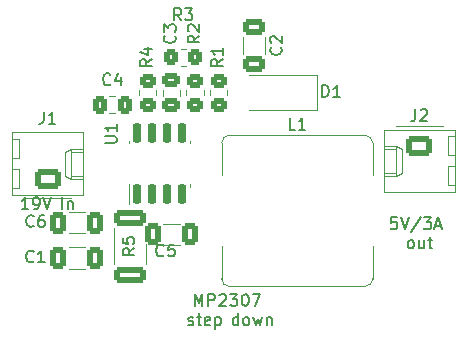
<source format=gto>
G04 #@! TF.GenerationSoftware,KiCad,Pcbnew,(7.0.0)*
G04 #@! TF.CreationDate,2023-03-31T08:30:06+02:00*
G04 #@! TF.ProjectId,MP2393,4d503233-3933-42e6-9b69-6361645f7063,rev?*
G04 #@! TF.SameCoordinates,Original*
G04 #@! TF.FileFunction,Legend,Top*
G04 #@! TF.FilePolarity,Positive*
%FSLAX46Y46*%
G04 Gerber Fmt 4.6, Leading zero omitted, Abs format (unit mm)*
G04 Created by KiCad (PCBNEW (7.0.0)) date 2023-03-31 08:30:06*
%MOMM*%
%LPD*%
G01*
G04 APERTURE LIST*
G04 Aperture macros list*
%AMRoundRect*
0 Rectangle with rounded corners*
0 $1 Rounding radius*
0 $2 $3 $4 $5 $6 $7 $8 $9 X,Y pos of 4 corners*
0 Add a 4 corners polygon primitive as box body*
4,1,4,$2,$3,$4,$5,$6,$7,$8,$9,$2,$3,0*
0 Add four circle primitives for the rounded corners*
1,1,$1+$1,$2,$3*
1,1,$1+$1,$4,$5*
1,1,$1+$1,$6,$7*
1,1,$1+$1,$8,$9*
0 Add four rect primitives between the rounded corners*
20,1,$1+$1,$2,$3,$4,$5,0*
20,1,$1+$1,$4,$5,$6,$7,0*
20,1,$1+$1,$6,$7,$8,$9,0*
20,1,$1+$1,$8,$9,$2,$3,0*%
G04 Aperture macros list end*
%ADD10C,0.150000*%
%ADD11C,0.120000*%
%ADD12RoundRect,0.249999X-1.075001X0.450001X-1.075001X-0.450001X1.075001X-0.450001X1.075001X0.450001X0*%
%ADD13RoundRect,0.250000X0.412500X0.650000X-0.412500X0.650000X-0.412500X-0.650000X0.412500X-0.650000X0*%
%ADD14RoundRect,0.250000X-0.412500X-0.650000X0.412500X-0.650000X0.412500X0.650000X-0.412500X0.650000X0*%
%ADD15R,1.500000X2.700000*%
%ADD16RoundRect,0.250000X-0.450000X0.350000X-0.450000X-0.350000X0.450000X-0.350000X0.450000X0.350000X0*%
%ADD17RoundRect,0.250000X0.350000X0.450000X-0.350000X0.450000X-0.350000X-0.450000X0.350000X-0.450000X0*%
%ADD18RoundRect,0.250000X0.337500X0.475000X-0.337500X0.475000X-0.337500X-0.475000X0.337500X-0.475000X0*%
%ADD19R,2.900000X5.400000*%
%ADD20R,3.400000X2.710000*%
%ADD21RoundRect,0.150000X0.150000X-0.737500X0.150000X0.737500X-0.150000X0.737500X-0.150000X-0.737500X0*%
%ADD22RoundRect,0.250000X0.475000X-0.337500X0.475000X0.337500X-0.475000X0.337500X-0.475000X-0.337500X0*%
%ADD23RoundRect,0.250000X0.450000X-0.350000X0.450000X0.350000X-0.450000X0.350000X-0.450000X-0.350000X0*%
%ADD24RoundRect,0.250000X-0.845000X0.620000X-0.845000X-0.620000X0.845000X-0.620000X0.845000X0.620000X0*%
%ADD25O,2.190000X1.740000*%
%ADD26RoundRect,0.250000X0.845000X-0.620000X0.845000X0.620000X-0.845000X0.620000X-0.845000X-0.620000X0*%
%ADD27RoundRect,0.250000X0.650000X-0.412500X0.650000X0.412500X-0.650000X0.412500X-0.650000X-0.412500X0*%
G04 APERTURE END LIST*
D10*
X122890476Y-23867380D02*
X122319048Y-23867380D01*
X122604762Y-23867380D02*
X122604762Y-22867380D01*
X122604762Y-22867380D02*
X122509524Y-23010238D01*
X122509524Y-23010238D02*
X122414286Y-23105476D01*
X122414286Y-23105476D02*
X122319048Y-23153095D01*
X123366667Y-23867380D02*
X123557143Y-23867380D01*
X123557143Y-23867380D02*
X123652381Y-23819761D01*
X123652381Y-23819761D02*
X123700000Y-23772142D01*
X123700000Y-23772142D02*
X123795238Y-23629285D01*
X123795238Y-23629285D02*
X123842857Y-23438809D01*
X123842857Y-23438809D02*
X123842857Y-23057857D01*
X123842857Y-23057857D02*
X123795238Y-22962619D01*
X123795238Y-22962619D02*
X123747619Y-22915000D01*
X123747619Y-22915000D02*
X123652381Y-22867380D01*
X123652381Y-22867380D02*
X123461905Y-22867380D01*
X123461905Y-22867380D02*
X123366667Y-22915000D01*
X123366667Y-22915000D02*
X123319048Y-22962619D01*
X123319048Y-22962619D02*
X123271429Y-23057857D01*
X123271429Y-23057857D02*
X123271429Y-23295952D01*
X123271429Y-23295952D02*
X123319048Y-23391190D01*
X123319048Y-23391190D02*
X123366667Y-23438809D01*
X123366667Y-23438809D02*
X123461905Y-23486428D01*
X123461905Y-23486428D02*
X123652381Y-23486428D01*
X123652381Y-23486428D02*
X123747619Y-23438809D01*
X123747619Y-23438809D02*
X123795238Y-23391190D01*
X123795238Y-23391190D02*
X123842857Y-23295952D01*
X124128572Y-22867380D02*
X124461905Y-23867380D01*
X124461905Y-23867380D02*
X124795238Y-22867380D01*
X125728572Y-23867380D02*
X125728572Y-22867380D01*
X126204762Y-23200714D02*
X126204762Y-23867380D01*
X126204762Y-23295952D02*
X126252381Y-23248333D01*
X126252381Y-23248333D02*
X126347619Y-23200714D01*
X126347619Y-23200714D02*
X126490476Y-23200714D01*
X126490476Y-23200714D02*
X126585714Y-23248333D01*
X126585714Y-23248333D02*
X126633333Y-23343571D01*
X126633333Y-23343571D02*
X126633333Y-23867380D01*
X136961905Y-32057380D02*
X136961905Y-31057380D01*
X136961905Y-31057380D02*
X137295238Y-31771666D01*
X137295238Y-31771666D02*
X137628571Y-31057380D01*
X137628571Y-31057380D02*
X137628571Y-32057380D01*
X138104762Y-32057380D02*
X138104762Y-31057380D01*
X138104762Y-31057380D02*
X138485714Y-31057380D01*
X138485714Y-31057380D02*
X138580952Y-31105000D01*
X138580952Y-31105000D02*
X138628571Y-31152619D01*
X138628571Y-31152619D02*
X138676190Y-31247857D01*
X138676190Y-31247857D02*
X138676190Y-31390714D01*
X138676190Y-31390714D02*
X138628571Y-31485952D01*
X138628571Y-31485952D02*
X138580952Y-31533571D01*
X138580952Y-31533571D02*
X138485714Y-31581190D01*
X138485714Y-31581190D02*
X138104762Y-31581190D01*
X139057143Y-31152619D02*
X139104762Y-31105000D01*
X139104762Y-31105000D02*
X139200000Y-31057380D01*
X139200000Y-31057380D02*
X139438095Y-31057380D01*
X139438095Y-31057380D02*
X139533333Y-31105000D01*
X139533333Y-31105000D02*
X139580952Y-31152619D01*
X139580952Y-31152619D02*
X139628571Y-31247857D01*
X139628571Y-31247857D02*
X139628571Y-31343095D01*
X139628571Y-31343095D02*
X139580952Y-31485952D01*
X139580952Y-31485952D02*
X139009524Y-32057380D01*
X139009524Y-32057380D02*
X139628571Y-32057380D01*
X139961905Y-31057380D02*
X140580952Y-31057380D01*
X140580952Y-31057380D02*
X140247619Y-31438333D01*
X140247619Y-31438333D02*
X140390476Y-31438333D01*
X140390476Y-31438333D02*
X140485714Y-31485952D01*
X140485714Y-31485952D02*
X140533333Y-31533571D01*
X140533333Y-31533571D02*
X140580952Y-31628809D01*
X140580952Y-31628809D02*
X140580952Y-31866904D01*
X140580952Y-31866904D02*
X140533333Y-31962142D01*
X140533333Y-31962142D02*
X140485714Y-32009761D01*
X140485714Y-32009761D02*
X140390476Y-32057380D01*
X140390476Y-32057380D02*
X140104762Y-32057380D01*
X140104762Y-32057380D02*
X140009524Y-32009761D01*
X140009524Y-32009761D02*
X139961905Y-31962142D01*
X141200000Y-31057380D02*
X141295238Y-31057380D01*
X141295238Y-31057380D02*
X141390476Y-31105000D01*
X141390476Y-31105000D02*
X141438095Y-31152619D01*
X141438095Y-31152619D02*
X141485714Y-31247857D01*
X141485714Y-31247857D02*
X141533333Y-31438333D01*
X141533333Y-31438333D02*
X141533333Y-31676428D01*
X141533333Y-31676428D02*
X141485714Y-31866904D01*
X141485714Y-31866904D02*
X141438095Y-31962142D01*
X141438095Y-31962142D02*
X141390476Y-32009761D01*
X141390476Y-32009761D02*
X141295238Y-32057380D01*
X141295238Y-32057380D02*
X141200000Y-32057380D01*
X141200000Y-32057380D02*
X141104762Y-32009761D01*
X141104762Y-32009761D02*
X141057143Y-31962142D01*
X141057143Y-31962142D02*
X141009524Y-31866904D01*
X141009524Y-31866904D02*
X140961905Y-31676428D01*
X140961905Y-31676428D02*
X140961905Y-31438333D01*
X140961905Y-31438333D02*
X141009524Y-31247857D01*
X141009524Y-31247857D02*
X141057143Y-31152619D01*
X141057143Y-31152619D02*
X141104762Y-31105000D01*
X141104762Y-31105000D02*
X141200000Y-31057380D01*
X141866667Y-31057380D02*
X142533333Y-31057380D01*
X142533333Y-31057380D02*
X142104762Y-32057380D01*
X136438095Y-33629761D02*
X136533333Y-33677380D01*
X136533333Y-33677380D02*
X136723809Y-33677380D01*
X136723809Y-33677380D02*
X136819047Y-33629761D01*
X136819047Y-33629761D02*
X136866666Y-33534523D01*
X136866666Y-33534523D02*
X136866666Y-33486904D01*
X136866666Y-33486904D02*
X136819047Y-33391666D01*
X136819047Y-33391666D02*
X136723809Y-33344047D01*
X136723809Y-33344047D02*
X136580952Y-33344047D01*
X136580952Y-33344047D02*
X136485714Y-33296428D01*
X136485714Y-33296428D02*
X136438095Y-33201190D01*
X136438095Y-33201190D02*
X136438095Y-33153571D01*
X136438095Y-33153571D02*
X136485714Y-33058333D01*
X136485714Y-33058333D02*
X136580952Y-33010714D01*
X136580952Y-33010714D02*
X136723809Y-33010714D01*
X136723809Y-33010714D02*
X136819047Y-33058333D01*
X137152381Y-33010714D02*
X137533333Y-33010714D01*
X137295238Y-32677380D02*
X137295238Y-33534523D01*
X137295238Y-33534523D02*
X137342857Y-33629761D01*
X137342857Y-33629761D02*
X137438095Y-33677380D01*
X137438095Y-33677380D02*
X137533333Y-33677380D01*
X138247619Y-33629761D02*
X138152381Y-33677380D01*
X138152381Y-33677380D02*
X137961905Y-33677380D01*
X137961905Y-33677380D02*
X137866667Y-33629761D01*
X137866667Y-33629761D02*
X137819048Y-33534523D01*
X137819048Y-33534523D02*
X137819048Y-33153571D01*
X137819048Y-33153571D02*
X137866667Y-33058333D01*
X137866667Y-33058333D02*
X137961905Y-33010714D01*
X137961905Y-33010714D02*
X138152381Y-33010714D01*
X138152381Y-33010714D02*
X138247619Y-33058333D01*
X138247619Y-33058333D02*
X138295238Y-33153571D01*
X138295238Y-33153571D02*
X138295238Y-33248809D01*
X138295238Y-33248809D02*
X137819048Y-33344047D01*
X138723810Y-33010714D02*
X138723810Y-34010714D01*
X138723810Y-33058333D02*
X138819048Y-33010714D01*
X138819048Y-33010714D02*
X139009524Y-33010714D01*
X139009524Y-33010714D02*
X139104762Y-33058333D01*
X139104762Y-33058333D02*
X139152381Y-33105952D01*
X139152381Y-33105952D02*
X139200000Y-33201190D01*
X139200000Y-33201190D02*
X139200000Y-33486904D01*
X139200000Y-33486904D02*
X139152381Y-33582142D01*
X139152381Y-33582142D02*
X139104762Y-33629761D01*
X139104762Y-33629761D02*
X139009524Y-33677380D01*
X139009524Y-33677380D02*
X138819048Y-33677380D01*
X138819048Y-33677380D02*
X138723810Y-33629761D01*
X140657143Y-33677380D02*
X140657143Y-32677380D01*
X140657143Y-33629761D02*
X140561905Y-33677380D01*
X140561905Y-33677380D02*
X140371429Y-33677380D01*
X140371429Y-33677380D02*
X140276191Y-33629761D01*
X140276191Y-33629761D02*
X140228572Y-33582142D01*
X140228572Y-33582142D02*
X140180953Y-33486904D01*
X140180953Y-33486904D02*
X140180953Y-33201190D01*
X140180953Y-33201190D02*
X140228572Y-33105952D01*
X140228572Y-33105952D02*
X140276191Y-33058333D01*
X140276191Y-33058333D02*
X140371429Y-33010714D01*
X140371429Y-33010714D02*
X140561905Y-33010714D01*
X140561905Y-33010714D02*
X140657143Y-33058333D01*
X141276191Y-33677380D02*
X141180953Y-33629761D01*
X141180953Y-33629761D02*
X141133334Y-33582142D01*
X141133334Y-33582142D02*
X141085715Y-33486904D01*
X141085715Y-33486904D02*
X141085715Y-33201190D01*
X141085715Y-33201190D02*
X141133334Y-33105952D01*
X141133334Y-33105952D02*
X141180953Y-33058333D01*
X141180953Y-33058333D02*
X141276191Y-33010714D01*
X141276191Y-33010714D02*
X141419048Y-33010714D01*
X141419048Y-33010714D02*
X141514286Y-33058333D01*
X141514286Y-33058333D02*
X141561905Y-33105952D01*
X141561905Y-33105952D02*
X141609524Y-33201190D01*
X141609524Y-33201190D02*
X141609524Y-33486904D01*
X141609524Y-33486904D02*
X141561905Y-33582142D01*
X141561905Y-33582142D02*
X141514286Y-33629761D01*
X141514286Y-33629761D02*
X141419048Y-33677380D01*
X141419048Y-33677380D02*
X141276191Y-33677380D01*
X141942858Y-33010714D02*
X142133334Y-33677380D01*
X142133334Y-33677380D02*
X142323810Y-33201190D01*
X142323810Y-33201190D02*
X142514286Y-33677380D01*
X142514286Y-33677380D02*
X142704762Y-33010714D01*
X143085715Y-33010714D02*
X143085715Y-33677380D01*
X143085715Y-33105952D02*
X143133334Y-33058333D01*
X143133334Y-33058333D02*
X143228572Y-33010714D01*
X143228572Y-33010714D02*
X143371429Y-33010714D01*
X143371429Y-33010714D02*
X143466667Y-33058333D01*
X143466667Y-33058333D02*
X143514286Y-33153571D01*
X143514286Y-33153571D02*
X143514286Y-33677380D01*
X154080952Y-24557380D02*
X153604762Y-24557380D01*
X153604762Y-24557380D02*
X153557143Y-25033571D01*
X153557143Y-25033571D02*
X153604762Y-24985952D01*
X153604762Y-24985952D02*
X153700000Y-24938333D01*
X153700000Y-24938333D02*
X153938095Y-24938333D01*
X153938095Y-24938333D02*
X154033333Y-24985952D01*
X154033333Y-24985952D02*
X154080952Y-25033571D01*
X154080952Y-25033571D02*
X154128571Y-25128809D01*
X154128571Y-25128809D02*
X154128571Y-25366904D01*
X154128571Y-25366904D02*
X154080952Y-25462142D01*
X154080952Y-25462142D02*
X154033333Y-25509761D01*
X154033333Y-25509761D02*
X153938095Y-25557380D01*
X153938095Y-25557380D02*
X153700000Y-25557380D01*
X153700000Y-25557380D02*
X153604762Y-25509761D01*
X153604762Y-25509761D02*
X153557143Y-25462142D01*
X154414286Y-24557380D02*
X154747619Y-25557380D01*
X154747619Y-25557380D02*
X155080952Y-24557380D01*
X156128571Y-24509761D02*
X155271429Y-25795476D01*
X156366667Y-24557380D02*
X156985714Y-24557380D01*
X156985714Y-24557380D02*
X156652381Y-24938333D01*
X156652381Y-24938333D02*
X156795238Y-24938333D01*
X156795238Y-24938333D02*
X156890476Y-24985952D01*
X156890476Y-24985952D02*
X156938095Y-25033571D01*
X156938095Y-25033571D02*
X156985714Y-25128809D01*
X156985714Y-25128809D02*
X156985714Y-25366904D01*
X156985714Y-25366904D02*
X156938095Y-25462142D01*
X156938095Y-25462142D02*
X156890476Y-25509761D01*
X156890476Y-25509761D02*
X156795238Y-25557380D01*
X156795238Y-25557380D02*
X156509524Y-25557380D01*
X156509524Y-25557380D02*
X156414286Y-25509761D01*
X156414286Y-25509761D02*
X156366667Y-25462142D01*
X157366667Y-25271666D02*
X157842857Y-25271666D01*
X157271429Y-25557380D02*
X157604762Y-24557380D01*
X157604762Y-24557380D02*
X157938095Y-25557380D01*
X155190476Y-27177380D02*
X155095238Y-27129761D01*
X155095238Y-27129761D02*
X155047619Y-27082142D01*
X155047619Y-27082142D02*
X155000000Y-26986904D01*
X155000000Y-26986904D02*
X155000000Y-26701190D01*
X155000000Y-26701190D02*
X155047619Y-26605952D01*
X155047619Y-26605952D02*
X155095238Y-26558333D01*
X155095238Y-26558333D02*
X155190476Y-26510714D01*
X155190476Y-26510714D02*
X155333333Y-26510714D01*
X155333333Y-26510714D02*
X155428571Y-26558333D01*
X155428571Y-26558333D02*
X155476190Y-26605952D01*
X155476190Y-26605952D02*
X155523809Y-26701190D01*
X155523809Y-26701190D02*
X155523809Y-26986904D01*
X155523809Y-26986904D02*
X155476190Y-27082142D01*
X155476190Y-27082142D02*
X155428571Y-27129761D01*
X155428571Y-27129761D02*
X155333333Y-27177380D01*
X155333333Y-27177380D02*
X155190476Y-27177380D01*
X156380952Y-26510714D02*
X156380952Y-27177380D01*
X155952381Y-26510714D02*
X155952381Y-27034523D01*
X155952381Y-27034523D02*
X156000000Y-27129761D01*
X156000000Y-27129761D02*
X156095238Y-27177380D01*
X156095238Y-27177380D02*
X156238095Y-27177380D01*
X156238095Y-27177380D02*
X156333333Y-27129761D01*
X156333333Y-27129761D02*
X156380952Y-27082142D01*
X156714286Y-26510714D02*
X157095238Y-26510714D01*
X156857143Y-26177380D02*
X156857143Y-27034523D01*
X156857143Y-27034523D02*
X156904762Y-27129761D01*
X156904762Y-27129761D02*
X157000000Y-27177380D01*
X157000000Y-27177380D02*
X157095238Y-27177380D01*
X131867380Y-27166666D02*
X131391190Y-27499999D01*
X131867380Y-27738094D02*
X130867380Y-27738094D01*
X130867380Y-27738094D02*
X130867380Y-27357142D01*
X130867380Y-27357142D02*
X130915000Y-27261904D01*
X130915000Y-27261904D02*
X130962619Y-27214285D01*
X130962619Y-27214285D02*
X131057857Y-27166666D01*
X131057857Y-27166666D02*
X131200714Y-27166666D01*
X131200714Y-27166666D02*
X131295952Y-27214285D01*
X131295952Y-27214285D02*
X131343571Y-27261904D01*
X131343571Y-27261904D02*
X131391190Y-27357142D01*
X131391190Y-27357142D02*
X131391190Y-27738094D01*
X130867380Y-26261904D02*
X130867380Y-26738094D01*
X130867380Y-26738094D02*
X131343571Y-26785713D01*
X131343571Y-26785713D02*
X131295952Y-26738094D01*
X131295952Y-26738094D02*
X131248333Y-26642856D01*
X131248333Y-26642856D02*
X131248333Y-26404761D01*
X131248333Y-26404761D02*
X131295952Y-26309523D01*
X131295952Y-26309523D02*
X131343571Y-26261904D01*
X131343571Y-26261904D02*
X131438809Y-26214285D01*
X131438809Y-26214285D02*
X131676904Y-26214285D01*
X131676904Y-26214285D02*
X131772142Y-26261904D01*
X131772142Y-26261904D02*
X131819761Y-26309523D01*
X131819761Y-26309523D02*
X131867380Y-26404761D01*
X131867380Y-26404761D02*
X131867380Y-26642856D01*
X131867380Y-26642856D02*
X131819761Y-26738094D01*
X131819761Y-26738094D02*
X131772142Y-26785713D01*
X123333333Y-25272142D02*
X123285714Y-25319761D01*
X123285714Y-25319761D02*
X123142857Y-25367380D01*
X123142857Y-25367380D02*
X123047619Y-25367380D01*
X123047619Y-25367380D02*
X122904762Y-25319761D01*
X122904762Y-25319761D02*
X122809524Y-25224523D01*
X122809524Y-25224523D02*
X122761905Y-25129285D01*
X122761905Y-25129285D02*
X122714286Y-24938809D01*
X122714286Y-24938809D02*
X122714286Y-24795952D01*
X122714286Y-24795952D02*
X122761905Y-24605476D01*
X122761905Y-24605476D02*
X122809524Y-24510238D01*
X122809524Y-24510238D02*
X122904762Y-24415000D01*
X122904762Y-24415000D02*
X123047619Y-24367380D01*
X123047619Y-24367380D02*
X123142857Y-24367380D01*
X123142857Y-24367380D02*
X123285714Y-24415000D01*
X123285714Y-24415000D02*
X123333333Y-24462619D01*
X124190476Y-24367380D02*
X124000000Y-24367380D01*
X124000000Y-24367380D02*
X123904762Y-24415000D01*
X123904762Y-24415000D02*
X123857143Y-24462619D01*
X123857143Y-24462619D02*
X123761905Y-24605476D01*
X123761905Y-24605476D02*
X123714286Y-24795952D01*
X123714286Y-24795952D02*
X123714286Y-25176904D01*
X123714286Y-25176904D02*
X123761905Y-25272142D01*
X123761905Y-25272142D02*
X123809524Y-25319761D01*
X123809524Y-25319761D02*
X123904762Y-25367380D01*
X123904762Y-25367380D02*
X124095238Y-25367380D01*
X124095238Y-25367380D02*
X124190476Y-25319761D01*
X124190476Y-25319761D02*
X124238095Y-25272142D01*
X124238095Y-25272142D02*
X124285714Y-25176904D01*
X124285714Y-25176904D02*
X124285714Y-24938809D01*
X124285714Y-24938809D02*
X124238095Y-24843571D01*
X124238095Y-24843571D02*
X124190476Y-24795952D01*
X124190476Y-24795952D02*
X124095238Y-24748333D01*
X124095238Y-24748333D02*
X123904762Y-24748333D01*
X123904762Y-24748333D02*
X123809524Y-24795952D01*
X123809524Y-24795952D02*
X123761905Y-24843571D01*
X123761905Y-24843571D02*
X123714286Y-24938809D01*
X134333333Y-27772142D02*
X134285714Y-27819761D01*
X134285714Y-27819761D02*
X134142857Y-27867380D01*
X134142857Y-27867380D02*
X134047619Y-27867380D01*
X134047619Y-27867380D02*
X133904762Y-27819761D01*
X133904762Y-27819761D02*
X133809524Y-27724523D01*
X133809524Y-27724523D02*
X133761905Y-27629285D01*
X133761905Y-27629285D02*
X133714286Y-27438809D01*
X133714286Y-27438809D02*
X133714286Y-27295952D01*
X133714286Y-27295952D02*
X133761905Y-27105476D01*
X133761905Y-27105476D02*
X133809524Y-27010238D01*
X133809524Y-27010238D02*
X133904762Y-26915000D01*
X133904762Y-26915000D02*
X134047619Y-26867380D01*
X134047619Y-26867380D02*
X134142857Y-26867380D01*
X134142857Y-26867380D02*
X134285714Y-26915000D01*
X134285714Y-26915000D02*
X134333333Y-26962619D01*
X135238095Y-26867380D02*
X134761905Y-26867380D01*
X134761905Y-26867380D02*
X134714286Y-27343571D01*
X134714286Y-27343571D02*
X134761905Y-27295952D01*
X134761905Y-27295952D02*
X134857143Y-27248333D01*
X134857143Y-27248333D02*
X135095238Y-27248333D01*
X135095238Y-27248333D02*
X135190476Y-27295952D01*
X135190476Y-27295952D02*
X135238095Y-27343571D01*
X135238095Y-27343571D02*
X135285714Y-27438809D01*
X135285714Y-27438809D02*
X135285714Y-27676904D01*
X135285714Y-27676904D02*
X135238095Y-27772142D01*
X135238095Y-27772142D02*
X135190476Y-27819761D01*
X135190476Y-27819761D02*
X135095238Y-27867380D01*
X135095238Y-27867380D02*
X134857143Y-27867380D01*
X134857143Y-27867380D02*
X134761905Y-27819761D01*
X134761905Y-27819761D02*
X134714286Y-27772142D01*
X147761905Y-14367380D02*
X147761905Y-13367380D01*
X147761905Y-13367380D02*
X148000000Y-13367380D01*
X148000000Y-13367380D02*
X148142857Y-13415000D01*
X148142857Y-13415000D02*
X148238095Y-13510238D01*
X148238095Y-13510238D02*
X148285714Y-13605476D01*
X148285714Y-13605476D02*
X148333333Y-13795952D01*
X148333333Y-13795952D02*
X148333333Y-13938809D01*
X148333333Y-13938809D02*
X148285714Y-14129285D01*
X148285714Y-14129285D02*
X148238095Y-14224523D01*
X148238095Y-14224523D02*
X148142857Y-14319761D01*
X148142857Y-14319761D02*
X148000000Y-14367380D01*
X148000000Y-14367380D02*
X147761905Y-14367380D01*
X149285714Y-14367380D02*
X148714286Y-14367380D01*
X149000000Y-14367380D02*
X149000000Y-13367380D01*
X149000000Y-13367380D02*
X148904762Y-13510238D01*
X148904762Y-13510238D02*
X148809524Y-13605476D01*
X148809524Y-13605476D02*
X148714286Y-13653095D01*
X133367380Y-11166666D02*
X132891190Y-11499999D01*
X133367380Y-11738094D02*
X132367380Y-11738094D01*
X132367380Y-11738094D02*
X132367380Y-11357142D01*
X132367380Y-11357142D02*
X132415000Y-11261904D01*
X132415000Y-11261904D02*
X132462619Y-11214285D01*
X132462619Y-11214285D02*
X132557857Y-11166666D01*
X132557857Y-11166666D02*
X132700714Y-11166666D01*
X132700714Y-11166666D02*
X132795952Y-11214285D01*
X132795952Y-11214285D02*
X132843571Y-11261904D01*
X132843571Y-11261904D02*
X132891190Y-11357142D01*
X132891190Y-11357142D02*
X132891190Y-11738094D01*
X132700714Y-10309523D02*
X133367380Y-10309523D01*
X132319761Y-10547618D02*
X133034047Y-10785713D01*
X133034047Y-10785713D02*
X133034047Y-10166666D01*
X135833333Y-7867380D02*
X135500000Y-7391190D01*
X135261905Y-7867380D02*
X135261905Y-6867380D01*
X135261905Y-6867380D02*
X135642857Y-6867380D01*
X135642857Y-6867380D02*
X135738095Y-6915000D01*
X135738095Y-6915000D02*
X135785714Y-6962619D01*
X135785714Y-6962619D02*
X135833333Y-7057857D01*
X135833333Y-7057857D02*
X135833333Y-7200714D01*
X135833333Y-7200714D02*
X135785714Y-7295952D01*
X135785714Y-7295952D02*
X135738095Y-7343571D01*
X135738095Y-7343571D02*
X135642857Y-7391190D01*
X135642857Y-7391190D02*
X135261905Y-7391190D01*
X136166667Y-6867380D02*
X136785714Y-6867380D01*
X136785714Y-6867380D02*
X136452381Y-7248333D01*
X136452381Y-7248333D02*
X136595238Y-7248333D01*
X136595238Y-7248333D02*
X136690476Y-7295952D01*
X136690476Y-7295952D02*
X136738095Y-7343571D01*
X136738095Y-7343571D02*
X136785714Y-7438809D01*
X136785714Y-7438809D02*
X136785714Y-7676904D01*
X136785714Y-7676904D02*
X136738095Y-7772142D01*
X136738095Y-7772142D02*
X136690476Y-7819761D01*
X136690476Y-7819761D02*
X136595238Y-7867380D01*
X136595238Y-7867380D02*
X136309524Y-7867380D01*
X136309524Y-7867380D02*
X136214286Y-7819761D01*
X136214286Y-7819761D02*
X136166667Y-7772142D01*
X129833333Y-13272142D02*
X129785714Y-13319761D01*
X129785714Y-13319761D02*
X129642857Y-13367380D01*
X129642857Y-13367380D02*
X129547619Y-13367380D01*
X129547619Y-13367380D02*
X129404762Y-13319761D01*
X129404762Y-13319761D02*
X129309524Y-13224523D01*
X129309524Y-13224523D02*
X129261905Y-13129285D01*
X129261905Y-13129285D02*
X129214286Y-12938809D01*
X129214286Y-12938809D02*
X129214286Y-12795952D01*
X129214286Y-12795952D02*
X129261905Y-12605476D01*
X129261905Y-12605476D02*
X129309524Y-12510238D01*
X129309524Y-12510238D02*
X129404762Y-12415000D01*
X129404762Y-12415000D02*
X129547619Y-12367380D01*
X129547619Y-12367380D02*
X129642857Y-12367380D01*
X129642857Y-12367380D02*
X129785714Y-12415000D01*
X129785714Y-12415000D02*
X129833333Y-12462619D01*
X130690476Y-12700714D02*
X130690476Y-13367380D01*
X130452381Y-12319761D02*
X130214286Y-13034047D01*
X130214286Y-13034047D02*
X130833333Y-13034047D01*
X145483333Y-17117380D02*
X145007143Y-17117380D01*
X145007143Y-17117380D02*
X145007143Y-16117380D01*
X146340476Y-17117380D02*
X145769048Y-17117380D01*
X146054762Y-17117380D02*
X146054762Y-16117380D01*
X146054762Y-16117380D02*
X145959524Y-16260238D01*
X145959524Y-16260238D02*
X145864286Y-16355476D01*
X145864286Y-16355476D02*
X145769048Y-16403095D01*
X129367380Y-18261904D02*
X130176904Y-18261904D01*
X130176904Y-18261904D02*
X130272142Y-18214285D01*
X130272142Y-18214285D02*
X130319761Y-18166666D01*
X130319761Y-18166666D02*
X130367380Y-18071428D01*
X130367380Y-18071428D02*
X130367380Y-17880952D01*
X130367380Y-17880952D02*
X130319761Y-17785714D01*
X130319761Y-17785714D02*
X130272142Y-17738095D01*
X130272142Y-17738095D02*
X130176904Y-17690476D01*
X130176904Y-17690476D02*
X129367380Y-17690476D01*
X130367380Y-16690476D02*
X130367380Y-17261904D01*
X130367380Y-16976190D02*
X129367380Y-16976190D01*
X129367380Y-16976190D02*
X129510238Y-17071428D01*
X129510238Y-17071428D02*
X129605476Y-17166666D01*
X129605476Y-17166666D02*
X129653095Y-17261904D01*
X123333333Y-28272142D02*
X123285714Y-28319761D01*
X123285714Y-28319761D02*
X123142857Y-28367380D01*
X123142857Y-28367380D02*
X123047619Y-28367380D01*
X123047619Y-28367380D02*
X122904762Y-28319761D01*
X122904762Y-28319761D02*
X122809524Y-28224523D01*
X122809524Y-28224523D02*
X122761905Y-28129285D01*
X122761905Y-28129285D02*
X122714286Y-27938809D01*
X122714286Y-27938809D02*
X122714286Y-27795952D01*
X122714286Y-27795952D02*
X122761905Y-27605476D01*
X122761905Y-27605476D02*
X122809524Y-27510238D01*
X122809524Y-27510238D02*
X122904762Y-27415000D01*
X122904762Y-27415000D02*
X123047619Y-27367380D01*
X123047619Y-27367380D02*
X123142857Y-27367380D01*
X123142857Y-27367380D02*
X123285714Y-27415000D01*
X123285714Y-27415000D02*
X123333333Y-27462619D01*
X124285714Y-28367380D02*
X123714286Y-28367380D01*
X124000000Y-28367380D02*
X124000000Y-27367380D01*
X124000000Y-27367380D02*
X123904762Y-27510238D01*
X123904762Y-27510238D02*
X123809524Y-27605476D01*
X123809524Y-27605476D02*
X123714286Y-27653095D01*
X135272142Y-9166666D02*
X135319761Y-9214285D01*
X135319761Y-9214285D02*
X135367380Y-9357142D01*
X135367380Y-9357142D02*
X135367380Y-9452380D01*
X135367380Y-9452380D02*
X135319761Y-9595237D01*
X135319761Y-9595237D02*
X135224523Y-9690475D01*
X135224523Y-9690475D02*
X135129285Y-9738094D01*
X135129285Y-9738094D02*
X134938809Y-9785713D01*
X134938809Y-9785713D02*
X134795952Y-9785713D01*
X134795952Y-9785713D02*
X134605476Y-9738094D01*
X134605476Y-9738094D02*
X134510238Y-9690475D01*
X134510238Y-9690475D02*
X134415000Y-9595237D01*
X134415000Y-9595237D02*
X134367380Y-9452380D01*
X134367380Y-9452380D02*
X134367380Y-9357142D01*
X134367380Y-9357142D02*
X134415000Y-9214285D01*
X134415000Y-9214285D02*
X134462619Y-9166666D01*
X134367380Y-8833332D02*
X134367380Y-8214285D01*
X134367380Y-8214285D02*
X134748333Y-8547618D01*
X134748333Y-8547618D02*
X134748333Y-8404761D01*
X134748333Y-8404761D02*
X134795952Y-8309523D01*
X134795952Y-8309523D02*
X134843571Y-8261904D01*
X134843571Y-8261904D02*
X134938809Y-8214285D01*
X134938809Y-8214285D02*
X135176904Y-8214285D01*
X135176904Y-8214285D02*
X135272142Y-8261904D01*
X135272142Y-8261904D02*
X135319761Y-8309523D01*
X135319761Y-8309523D02*
X135367380Y-8404761D01*
X135367380Y-8404761D02*
X135367380Y-8690475D01*
X135367380Y-8690475D02*
X135319761Y-8785713D01*
X135319761Y-8785713D02*
X135272142Y-8833332D01*
X139367380Y-11166666D02*
X138891190Y-11499999D01*
X139367380Y-11738094D02*
X138367380Y-11738094D01*
X138367380Y-11738094D02*
X138367380Y-11357142D01*
X138367380Y-11357142D02*
X138415000Y-11261904D01*
X138415000Y-11261904D02*
X138462619Y-11214285D01*
X138462619Y-11214285D02*
X138557857Y-11166666D01*
X138557857Y-11166666D02*
X138700714Y-11166666D01*
X138700714Y-11166666D02*
X138795952Y-11214285D01*
X138795952Y-11214285D02*
X138843571Y-11261904D01*
X138843571Y-11261904D02*
X138891190Y-11357142D01*
X138891190Y-11357142D02*
X138891190Y-11738094D01*
X139367380Y-10214285D02*
X139367380Y-10785713D01*
X139367380Y-10499999D02*
X138367380Y-10499999D01*
X138367380Y-10499999D02*
X138510238Y-10595237D01*
X138510238Y-10595237D02*
X138605476Y-10690475D01*
X138605476Y-10690475D02*
X138653095Y-10785713D01*
X155666666Y-15407380D02*
X155666666Y-16121666D01*
X155666666Y-16121666D02*
X155619047Y-16264523D01*
X155619047Y-16264523D02*
X155523809Y-16359761D01*
X155523809Y-16359761D02*
X155380952Y-16407380D01*
X155380952Y-16407380D02*
X155285714Y-16407380D01*
X156095238Y-15502619D02*
X156142857Y-15455000D01*
X156142857Y-15455000D02*
X156238095Y-15407380D01*
X156238095Y-15407380D02*
X156476190Y-15407380D01*
X156476190Y-15407380D02*
X156571428Y-15455000D01*
X156571428Y-15455000D02*
X156619047Y-15502619D01*
X156619047Y-15502619D02*
X156666666Y-15597857D01*
X156666666Y-15597857D02*
X156666666Y-15693095D01*
X156666666Y-15693095D02*
X156619047Y-15835952D01*
X156619047Y-15835952D02*
X156047619Y-16407380D01*
X156047619Y-16407380D02*
X156666666Y-16407380D01*
X124186666Y-15637380D02*
X124186666Y-16351666D01*
X124186666Y-16351666D02*
X124139047Y-16494523D01*
X124139047Y-16494523D02*
X124043809Y-16589761D01*
X124043809Y-16589761D02*
X123900952Y-16637380D01*
X123900952Y-16637380D02*
X123805714Y-16637380D01*
X125186666Y-16637380D02*
X124615238Y-16637380D01*
X124900952Y-16637380D02*
X124900952Y-15637380D01*
X124900952Y-15637380D02*
X124805714Y-15780238D01*
X124805714Y-15780238D02*
X124710476Y-15875476D01*
X124710476Y-15875476D02*
X124615238Y-15923095D01*
X137367380Y-9166666D02*
X136891190Y-9499999D01*
X137367380Y-9738094D02*
X136367380Y-9738094D01*
X136367380Y-9738094D02*
X136367380Y-9357142D01*
X136367380Y-9357142D02*
X136415000Y-9261904D01*
X136415000Y-9261904D02*
X136462619Y-9214285D01*
X136462619Y-9214285D02*
X136557857Y-9166666D01*
X136557857Y-9166666D02*
X136700714Y-9166666D01*
X136700714Y-9166666D02*
X136795952Y-9214285D01*
X136795952Y-9214285D02*
X136843571Y-9261904D01*
X136843571Y-9261904D02*
X136891190Y-9357142D01*
X136891190Y-9357142D02*
X136891190Y-9738094D01*
X136462619Y-8785713D02*
X136415000Y-8738094D01*
X136415000Y-8738094D02*
X136367380Y-8642856D01*
X136367380Y-8642856D02*
X136367380Y-8404761D01*
X136367380Y-8404761D02*
X136415000Y-8309523D01*
X136415000Y-8309523D02*
X136462619Y-8261904D01*
X136462619Y-8261904D02*
X136557857Y-8214285D01*
X136557857Y-8214285D02*
X136653095Y-8214285D01*
X136653095Y-8214285D02*
X136795952Y-8261904D01*
X136795952Y-8261904D02*
X137367380Y-8833332D01*
X137367380Y-8833332D02*
X137367380Y-8214285D01*
X144272142Y-10166666D02*
X144319761Y-10214285D01*
X144319761Y-10214285D02*
X144367380Y-10357142D01*
X144367380Y-10357142D02*
X144367380Y-10452380D01*
X144367380Y-10452380D02*
X144319761Y-10595237D01*
X144319761Y-10595237D02*
X144224523Y-10690475D01*
X144224523Y-10690475D02*
X144129285Y-10738094D01*
X144129285Y-10738094D02*
X143938809Y-10785713D01*
X143938809Y-10785713D02*
X143795952Y-10785713D01*
X143795952Y-10785713D02*
X143605476Y-10738094D01*
X143605476Y-10738094D02*
X143510238Y-10690475D01*
X143510238Y-10690475D02*
X143415000Y-10595237D01*
X143415000Y-10595237D02*
X143367380Y-10452380D01*
X143367380Y-10452380D02*
X143367380Y-10357142D01*
X143367380Y-10357142D02*
X143415000Y-10214285D01*
X143415000Y-10214285D02*
X143462619Y-10166666D01*
X143462619Y-9785713D02*
X143415000Y-9738094D01*
X143415000Y-9738094D02*
X143367380Y-9642856D01*
X143367380Y-9642856D02*
X143367380Y-9404761D01*
X143367380Y-9404761D02*
X143415000Y-9309523D01*
X143415000Y-9309523D02*
X143462619Y-9261904D01*
X143462619Y-9261904D02*
X143557857Y-9214285D01*
X143557857Y-9214285D02*
X143653095Y-9214285D01*
X143653095Y-9214285D02*
X143795952Y-9261904D01*
X143795952Y-9261904D02*
X144367380Y-9833332D01*
X144367380Y-9833332D02*
X144367380Y-9214285D01*
D11*
X132860000Y-25472936D02*
X132860000Y-28527064D01*
X130140000Y-25472936D02*
X130140000Y-28527064D01*
X127711252Y-25910000D02*
X126288748Y-25910000D01*
X127711252Y-24090000D02*
X126288748Y-24090000D01*
X134288748Y-25090000D02*
X135711252Y-25090000D01*
X134288748Y-26910000D02*
X135711252Y-26910000D01*
X147300000Y-15500000D02*
X147300000Y-12500000D01*
X147300000Y-12500000D02*
X141600000Y-12500000D01*
X141600000Y-15500000D02*
X147300000Y-15500000D01*
X133735000Y-13772936D02*
X133735000Y-14227064D01*
X132265000Y-13772936D02*
X132265000Y-14227064D01*
X136227064Y-11735000D02*
X135772936Y-11735000D01*
X136227064Y-10265000D02*
X135772936Y-10265000D01*
X130261252Y-15735000D02*
X129738748Y-15735000D01*
X130261252Y-14265000D02*
X129738748Y-14265000D01*
X139250000Y-18250000D02*
X139250000Y-21000000D01*
X139250000Y-27000000D02*
X139250000Y-29750000D01*
X139900000Y-17600000D02*
X151400000Y-17600000D01*
X151400000Y-30400000D02*
X139900000Y-30400000D01*
X152050000Y-18250000D02*
X152050000Y-21000000D01*
X152050000Y-27000000D02*
X152050000Y-29750000D01*
X139900000Y-17600000D02*
G75*
G03*
X139250000Y-18250000I1J-650001D01*
G01*
X139250000Y-29750000D02*
G75*
G03*
X139900000Y-30400000I650001J1D01*
G01*
X152050000Y-18250000D02*
G75*
G03*
X151400000Y-17600000I-650000J0D01*
G01*
X151400000Y-30400000D02*
G75*
G03*
X152050000Y-29750000I0J650000D01*
G01*
X131440000Y-21710584D02*
X131440000Y-23450000D01*
X136560000Y-21710584D02*
X136560000Y-21950000D01*
X131440000Y-18289416D02*
X131440000Y-18050000D01*
X136560000Y-18289416D02*
X136560000Y-18050000D01*
X127711252Y-28910000D02*
X126288748Y-28910000D01*
X127711252Y-27090000D02*
X126288748Y-27090000D01*
X134265000Y-14261252D02*
X134265000Y-13738748D01*
X135735000Y-14261252D02*
X135735000Y-13738748D01*
X138265000Y-14227064D02*
X138265000Y-13772936D01*
X139735000Y-14227064D02*
X139735000Y-13772936D01*
X158000000Y-16830000D02*
X154000000Y-16830000D01*
X159030000Y-17120000D02*
X153010000Y-17120000D01*
X153010000Y-17120000D02*
X153010000Y-22420000D01*
X159030000Y-17700000D02*
X158430000Y-17700000D01*
X158430000Y-17700000D02*
X158430000Y-19300000D01*
X154010000Y-18500000D02*
X154540000Y-18750000D01*
X154010000Y-18500000D02*
X154010000Y-21040000D01*
X153010000Y-18500000D02*
X154010000Y-18500000D01*
X154540000Y-18750000D02*
X154540000Y-20790000D01*
X153010000Y-18750000D02*
X154010000Y-18750000D01*
X158430000Y-19300000D02*
X159030000Y-19300000D01*
X159030000Y-20240000D02*
X158430000Y-20240000D01*
X158430000Y-20240000D02*
X158430000Y-21840000D01*
X154540000Y-20790000D02*
X154010000Y-21040000D01*
X153010000Y-20790000D02*
X154010000Y-20790000D01*
X154010000Y-21040000D02*
X153010000Y-21040000D01*
X158430000Y-21840000D02*
X159030000Y-21840000D01*
X159030000Y-22420000D02*
X159030000Y-17120000D01*
X153010000Y-22420000D02*
X159030000Y-22420000D01*
X122520000Y-22940000D02*
X126520000Y-22940000D01*
X121490000Y-22650000D02*
X127510000Y-22650000D01*
X127510000Y-22650000D02*
X127510000Y-17350000D01*
X121490000Y-22070000D02*
X122090000Y-22070000D01*
X122090000Y-22070000D02*
X122090000Y-20470000D01*
X126510000Y-21270000D02*
X125980000Y-21020000D01*
X126510000Y-21270000D02*
X126510000Y-18730000D01*
X127510000Y-21270000D02*
X126510000Y-21270000D01*
X125980000Y-21020000D02*
X125980000Y-18980000D01*
X127510000Y-21020000D02*
X126510000Y-21020000D01*
X122090000Y-20470000D02*
X121490000Y-20470000D01*
X121490000Y-19530000D02*
X122090000Y-19530000D01*
X122090000Y-19530000D02*
X122090000Y-17930000D01*
X125980000Y-18980000D02*
X126510000Y-18730000D01*
X127510000Y-18980000D02*
X126510000Y-18980000D01*
X126510000Y-18730000D02*
X127510000Y-18730000D01*
X122090000Y-17930000D02*
X121490000Y-17930000D01*
X121490000Y-17350000D02*
X121490000Y-22650000D01*
X127510000Y-17350000D02*
X121490000Y-17350000D01*
X137735000Y-13772936D02*
X137735000Y-14227064D01*
X136265000Y-13772936D02*
X136265000Y-14227064D01*
X141090000Y-10711252D02*
X141090000Y-9288748D01*
X142910000Y-10711252D02*
X142910000Y-9288748D01*
%LPC*%
D12*
X131500000Y-24600000D03*
X131500000Y-29400000D03*
D13*
X128562500Y-25000000D03*
X125437500Y-25000000D03*
D14*
X133437500Y-26000000D03*
X136562500Y-26000000D03*
D15*
X146399999Y-13999999D03*
X141599999Y-13999999D03*
D16*
X133000000Y-13000000D03*
X133000000Y-15000000D03*
D17*
X137000000Y-11000000D03*
X135000000Y-11000000D03*
D18*
X131037500Y-15000000D03*
X128962500Y-15000000D03*
D19*
X140799999Y-23999999D03*
X150499999Y-23999999D03*
D20*
X133999999Y-19999999D03*
D21*
X132095000Y-22562500D03*
X133365000Y-22562500D03*
X134635000Y-22562500D03*
X135905000Y-22562500D03*
X135905000Y-17437500D03*
X134635000Y-17437500D03*
X133365000Y-17437500D03*
X132095000Y-17437500D03*
D13*
X128562500Y-28000000D03*
X125437500Y-28000000D03*
D22*
X135000000Y-15037500D03*
X135000000Y-12962500D03*
D23*
X139000000Y-15000000D03*
X139000000Y-13000000D03*
D24*
X156000000Y-18500000D03*
D25*
X155999999Y-21039999D03*
D26*
X124520000Y-21270000D03*
D25*
X124519999Y-18729999D03*
D16*
X137000000Y-13000000D03*
X137000000Y-15000000D03*
D27*
X142000000Y-11562500D03*
X142000000Y-8437500D03*
G36*
X137438000Y-18516613D02*
G01*
X137483387Y-18562000D01*
X137500000Y-18624000D01*
X137500000Y-21376000D01*
X137483387Y-21438000D01*
X137438000Y-21483387D01*
X137376000Y-21500000D01*
X130624000Y-21500000D01*
X130562000Y-21483387D01*
X130516613Y-21438000D01*
X130500000Y-21376000D01*
X130500000Y-18624000D01*
X130516613Y-18562000D01*
X130562000Y-18516613D01*
X130624000Y-18500000D01*
X137376000Y-18500000D01*
X137438000Y-18516613D01*
G37*
M02*

</source>
